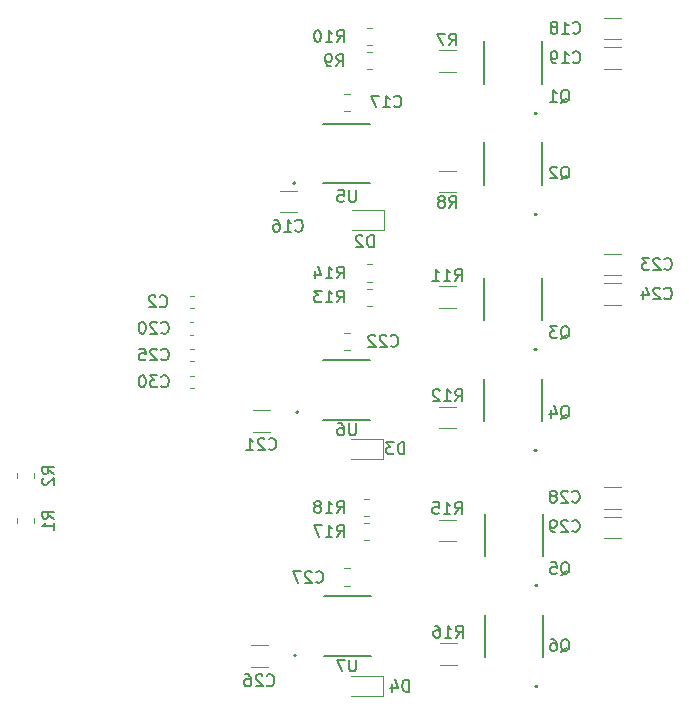
<source format=gbo>
%TF.GenerationSoftware,KiCad,Pcbnew,9.0.4*%
%TF.CreationDate,2025-12-21T19:05:22-05:00*%
%TF.ProjectId,esc,6573632e-6b69-4636-9164-5f7063625858,rev?*%
%TF.SameCoordinates,Original*%
%TF.FileFunction,Legend,Bot*%
%TF.FilePolarity,Positive*%
%FSLAX46Y46*%
G04 Gerber Fmt 4.6, Leading zero omitted, Abs format (unit mm)*
G04 Created by KiCad (PCBNEW 9.0.4) date 2025-12-21 19:05:22*
%MOMM*%
%LPD*%
G01*
G04 APERTURE LIST*
%ADD10C,0.150000*%
%ADD11C,0.120000*%
%ADD12C,0.152400*%
%ADD13C,0.254000*%
%ADD14C,0.127000*%
%ADD15C,0.200000*%
G04 APERTURE END LIST*
D10*
X147488094Y-124159819D02*
X147488094Y-123159819D01*
X147488094Y-123159819D02*
X147249999Y-123159819D01*
X147249999Y-123159819D02*
X147107142Y-123207438D01*
X147107142Y-123207438D02*
X147011904Y-123302676D01*
X147011904Y-123302676D02*
X146964285Y-123397914D01*
X146964285Y-123397914D02*
X146916666Y-123588390D01*
X146916666Y-123588390D02*
X146916666Y-123731247D01*
X146916666Y-123731247D02*
X146964285Y-123921723D01*
X146964285Y-123921723D02*
X147011904Y-124016961D01*
X147011904Y-124016961D02*
X147107142Y-124112200D01*
X147107142Y-124112200D02*
X147249999Y-124159819D01*
X147249999Y-124159819D02*
X147488094Y-124159819D01*
X146059523Y-123493152D02*
X146059523Y-124159819D01*
X146297618Y-123112200D02*
X146535713Y-123826485D01*
X146535713Y-123826485D02*
X145916666Y-123826485D01*
X160345238Y-74300057D02*
X160440476Y-74252438D01*
X160440476Y-74252438D02*
X160535714Y-74157200D01*
X160535714Y-74157200D02*
X160678571Y-74014342D01*
X160678571Y-74014342D02*
X160773809Y-73966723D01*
X160773809Y-73966723D02*
X160869047Y-73966723D01*
X160821428Y-74204819D02*
X160916666Y-74157200D01*
X160916666Y-74157200D02*
X161011904Y-74061961D01*
X161011904Y-74061961D02*
X161059523Y-73871485D01*
X161059523Y-73871485D02*
X161059523Y-73538152D01*
X161059523Y-73538152D02*
X161011904Y-73347676D01*
X161011904Y-73347676D02*
X160916666Y-73252438D01*
X160916666Y-73252438D02*
X160821428Y-73204819D01*
X160821428Y-73204819D02*
X160630952Y-73204819D01*
X160630952Y-73204819D02*
X160535714Y-73252438D01*
X160535714Y-73252438D02*
X160440476Y-73347676D01*
X160440476Y-73347676D02*
X160392857Y-73538152D01*
X160392857Y-73538152D02*
X160392857Y-73871485D01*
X160392857Y-73871485D02*
X160440476Y-74061961D01*
X160440476Y-74061961D02*
X160535714Y-74157200D01*
X160535714Y-74157200D02*
X160630952Y-74204819D01*
X160630952Y-74204819D02*
X160821428Y-74204819D01*
X159440476Y-74204819D02*
X160011904Y-74204819D01*
X159726190Y-74204819D02*
X159726190Y-73204819D01*
X159726190Y-73204819D02*
X159821428Y-73347676D01*
X159821428Y-73347676D02*
X159916666Y-73442914D01*
X159916666Y-73442914D02*
X160011904Y-73490533D01*
X160345238Y-114300057D02*
X160440476Y-114252438D01*
X160440476Y-114252438D02*
X160535714Y-114157200D01*
X160535714Y-114157200D02*
X160678571Y-114014342D01*
X160678571Y-114014342D02*
X160773809Y-113966723D01*
X160773809Y-113966723D02*
X160869047Y-113966723D01*
X160821428Y-114204819D02*
X160916666Y-114157200D01*
X160916666Y-114157200D02*
X161011904Y-114061961D01*
X161011904Y-114061961D02*
X161059523Y-113871485D01*
X161059523Y-113871485D02*
X161059523Y-113538152D01*
X161059523Y-113538152D02*
X161011904Y-113347676D01*
X161011904Y-113347676D02*
X160916666Y-113252438D01*
X160916666Y-113252438D02*
X160821428Y-113204819D01*
X160821428Y-113204819D02*
X160630952Y-113204819D01*
X160630952Y-113204819D02*
X160535714Y-113252438D01*
X160535714Y-113252438D02*
X160440476Y-113347676D01*
X160440476Y-113347676D02*
X160392857Y-113538152D01*
X160392857Y-113538152D02*
X160392857Y-113871485D01*
X160392857Y-113871485D02*
X160440476Y-114061961D01*
X160440476Y-114061961D02*
X160535714Y-114157200D01*
X160535714Y-114157200D02*
X160630952Y-114204819D01*
X160630952Y-114204819D02*
X160821428Y-114204819D01*
X159488095Y-113204819D02*
X159964285Y-113204819D01*
X159964285Y-113204819D02*
X160011904Y-113681009D01*
X160011904Y-113681009D02*
X159964285Y-113633390D01*
X159964285Y-113633390D02*
X159869047Y-113585771D01*
X159869047Y-113585771D02*
X159630952Y-113585771D01*
X159630952Y-113585771D02*
X159535714Y-113633390D01*
X159535714Y-113633390D02*
X159488095Y-113681009D01*
X159488095Y-113681009D02*
X159440476Y-113776247D01*
X159440476Y-113776247D02*
X159440476Y-114014342D01*
X159440476Y-114014342D02*
X159488095Y-114109580D01*
X159488095Y-114109580D02*
X159535714Y-114157200D01*
X159535714Y-114157200D02*
X159630952Y-114204819D01*
X159630952Y-114204819D02*
X159869047Y-114204819D01*
X159869047Y-114204819D02*
X159964285Y-114157200D01*
X159964285Y-114157200D02*
X160011904Y-114109580D01*
X135642857Y-103609580D02*
X135690476Y-103657200D01*
X135690476Y-103657200D02*
X135833333Y-103704819D01*
X135833333Y-103704819D02*
X135928571Y-103704819D01*
X135928571Y-103704819D02*
X136071428Y-103657200D01*
X136071428Y-103657200D02*
X136166666Y-103561961D01*
X136166666Y-103561961D02*
X136214285Y-103466723D01*
X136214285Y-103466723D02*
X136261904Y-103276247D01*
X136261904Y-103276247D02*
X136261904Y-103133390D01*
X136261904Y-103133390D02*
X136214285Y-102942914D01*
X136214285Y-102942914D02*
X136166666Y-102847676D01*
X136166666Y-102847676D02*
X136071428Y-102752438D01*
X136071428Y-102752438D02*
X135928571Y-102704819D01*
X135928571Y-102704819D02*
X135833333Y-102704819D01*
X135833333Y-102704819D02*
X135690476Y-102752438D01*
X135690476Y-102752438D02*
X135642857Y-102800057D01*
X135261904Y-102800057D02*
X135214285Y-102752438D01*
X135214285Y-102752438D02*
X135119047Y-102704819D01*
X135119047Y-102704819D02*
X134880952Y-102704819D01*
X134880952Y-102704819D02*
X134785714Y-102752438D01*
X134785714Y-102752438D02*
X134738095Y-102800057D01*
X134738095Y-102800057D02*
X134690476Y-102895295D01*
X134690476Y-102895295D02*
X134690476Y-102990533D01*
X134690476Y-102990533D02*
X134738095Y-103133390D01*
X134738095Y-103133390D02*
X135309523Y-103704819D01*
X135309523Y-103704819D02*
X134690476Y-103704819D01*
X133738095Y-103704819D02*
X134309523Y-103704819D01*
X134023809Y-103704819D02*
X134023809Y-102704819D01*
X134023809Y-102704819D02*
X134119047Y-102847676D01*
X134119047Y-102847676D02*
X134214285Y-102942914D01*
X134214285Y-102942914D02*
X134309523Y-102990533D01*
X150916666Y-83204819D02*
X151249999Y-82728628D01*
X151488094Y-83204819D02*
X151488094Y-82204819D01*
X151488094Y-82204819D02*
X151107142Y-82204819D01*
X151107142Y-82204819D02*
X151011904Y-82252438D01*
X151011904Y-82252438D02*
X150964285Y-82300057D01*
X150964285Y-82300057D02*
X150916666Y-82395295D01*
X150916666Y-82395295D02*
X150916666Y-82538152D01*
X150916666Y-82538152D02*
X150964285Y-82633390D01*
X150964285Y-82633390D02*
X151011904Y-82681009D01*
X151011904Y-82681009D02*
X151107142Y-82728628D01*
X151107142Y-82728628D02*
X151488094Y-82728628D01*
X150345237Y-82633390D02*
X150440475Y-82585771D01*
X150440475Y-82585771D02*
X150488094Y-82538152D01*
X150488094Y-82538152D02*
X150535713Y-82442914D01*
X150535713Y-82442914D02*
X150535713Y-82395295D01*
X150535713Y-82395295D02*
X150488094Y-82300057D01*
X150488094Y-82300057D02*
X150440475Y-82252438D01*
X150440475Y-82252438D02*
X150345237Y-82204819D01*
X150345237Y-82204819D02*
X150154761Y-82204819D01*
X150154761Y-82204819D02*
X150059523Y-82252438D01*
X150059523Y-82252438D02*
X150011904Y-82300057D01*
X150011904Y-82300057D02*
X149964285Y-82395295D01*
X149964285Y-82395295D02*
X149964285Y-82442914D01*
X149964285Y-82442914D02*
X150011904Y-82538152D01*
X150011904Y-82538152D02*
X150059523Y-82585771D01*
X150059523Y-82585771D02*
X150154761Y-82633390D01*
X150154761Y-82633390D02*
X150345237Y-82633390D01*
X150345237Y-82633390D02*
X150440475Y-82681009D01*
X150440475Y-82681009D02*
X150488094Y-82728628D01*
X150488094Y-82728628D02*
X150535713Y-82823866D01*
X150535713Y-82823866D02*
X150535713Y-83014342D01*
X150535713Y-83014342D02*
X150488094Y-83109580D01*
X150488094Y-83109580D02*
X150440475Y-83157200D01*
X150440475Y-83157200D02*
X150345237Y-83204819D01*
X150345237Y-83204819D02*
X150154761Y-83204819D01*
X150154761Y-83204819D02*
X150059523Y-83157200D01*
X150059523Y-83157200D02*
X150011904Y-83109580D01*
X150011904Y-83109580D02*
X149964285Y-83014342D01*
X149964285Y-83014342D02*
X149964285Y-82823866D01*
X149964285Y-82823866D02*
X150011904Y-82728628D01*
X150011904Y-82728628D02*
X150059523Y-82681009D01*
X150059523Y-82681009D02*
X150154761Y-82633390D01*
X137892857Y-85109580D02*
X137940476Y-85157200D01*
X137940476Y-85157200D02*
X138083333Y-85204819D01*
X138083333Y-85204819D02*
X138178571Y-85204819D01*
X138178571Y-85204819D02*
X138321428Y-85157200D01*
X138321428Y-85157200D02*
X138416666Y-85061961D01*
X138416666Y-85061961D02*
X138464285Y-84966723D01*
X138464285Y-84966723D02*
X138511904Y-84776247D01*
X138511904Y-84776247D02*
X138511904Y-84633390D01*
X138511904Y-84633390D02*
X138464285Y-84442914D01*
X138464285Y-84442914D02*
X138416666Y-84347676D01*
X138416666Y-84347676D02*
X138321428Y-84252438D01*
X138321428Y-84252438D02*
X138178571Y-84204819D01*
X138178571Y-84204819D02*
X138083333Y-84204819D01*
X138083333Y-84204819D02*
X137940476Y-84252438D01*
X137940476Y-84252438D02*
X137892857Y-84300057D01*
X136940476Y-85204819D02*
X137511904Y-85204819D01*
X137226190Y-85204819D02*
X137226190Y-84204819D01*
X137226190Y-84204819D02*
X137321428Y-84347676D01*
X137321428Y-84347676D02*
X137416666Y-84442914D01*
X137416666Y-84442914D02*
X137511904Y-84490533D01*
X136083333Y-84204819D02*
X136273809Y-84204819D01*
X136273809Y-84204819D02*
X136369047Y-84252438D01*
X136369047Y-84252438D02*
X136416666Y-84300057D01*
X136416666Y-84300057D02*
X136511904Y-84442914D01*
X136511904Y-84442914D02*
X136559523Y-84633390D01*
X136559523Y-84633390D02*
X136559523Y-85014342D01*
X136559523Y-85014342D02*
X136511904Y-85109580D01*
X136511904Y-85109580D02*
X136464285Y-85157200D01*
X136464285Y-85157200D02*
X136369047Y-85204819D01*
X136369047Y-85204819D02*
X136178571Y-85204819D01*
X136178571Y-85204819D02*
X136083333Y-85157200D01*
X136083333Y-85157200D02*
X136035714Y-85109580D01*
X136035714Y-85109580D02*
X135988095Y-85014342D01*
X135988095Y-85014342D02*
X135988095Y-84776247D01*
X135988095Y-84776247D02*
X136035714Y-84681009D01*
X136035714Y-84681009D02*
X136083333Y-84633390D01*
X136083333Y-84633390D02*
X136178571Y-84585771D01*
X136178571Y-84585771D02*
X136369047Y-84585771D01*
X136369047Y-84585771D02*
X136464285Y-84633390D01*
X136464285Y-84633390D02*
X136511904Y-84681009D01*
X136511904Y-84681009D02*
X136559523Y-84776247D01*
X161332857Y-108054580D02*
X161380476Y-108102200D01*
X161380476Y-108102200D02*
X161523333Y-108149819D01*
X161523333Y-108149819D02*
X161618571Y-108149819D01*
X161618571Y-108149819D02*
X161761428Y-108102200D01*
X161761428Y-108102200D02*
X161856666Y-108006961D01*
X161856666Y-108006961D02*
X161904285Y-107911723D01*
X161904285Y-107911723D02*
X161951904Y-107721247D01*
X161951904Y-107721247D02*
X161951904Y-107578390D01*
X161951904Y-107578390D02*
X161904285Y-107387914D01*
X161904285Y-107387914D02*
X161856666Y-107292676D01*
X161856666Y-107292676D02*
X161761428Y-107197438D01*
X161761428Y-107197438D02*
X161618571Y-107149819D01*
X161618571Y-107149819D02*
X161523333Y-107149819D01*
X161523333Y-107149819D02*
X161380476Y-107197438D01*
X161380476Y-107197438D02*
X161332857Y-107245057D01*
X160951904Y-107245057D02*
X160904285Y-107197438D01*
X160904285Y-107197438D02*
X160809047Y-107149819D01*
X160809047Y-107149819D02*
X160570952Y-107149819D01*
X160570952Y-107149819D02*
X160475714Y-107197438D01*
X160475714Y-107197438D02*
X160428095Y-107245057D01*
X160428095Y-107245057D02*
X160380476Y-107340295D01*
X160380476Y-107340295D02*
X160380476Y-107435533D01*
X160380476Y-107435533D02*
X160428095Y-107578390D01*
X160428095Y-107578390D02*
X160999523Y-108149819D01*
X160999523Y-108149819D02*
X160380476Y-108149819D01*
X159809047Y-107578390D02*
X159904285Y-107530771D01*
X159904285Y-107530771D02*
X159951904Y-107483152D01*
X159951904Y-107483152D02*
X159999523Y-107387914D01*
X159999523Y-107387914D02*
X159999523Y-107340295D01*
X159999523Y-107340295D02*
X159951904Y-107245057D01*
X159951904Y-107245057D02*
X159904285Y-107197438D01*
X159904285Y-107197438D02*
X159809047Y-107149819D01*
X159809047Y-107149819D02*
X159618571Y-107149819D01*
X159618571Y-107149819D02*
X159523333Y-107197438D01*
X159523333Y-107197438D02*
X159475714Y-107245057D01*
X159475714Y-107245057D02*
X159428095Y-107340295D01*
X159428095Y-107340295D02*
X159428095Y-107387914D01*
X159428095Y-107387914D02*
X159475714Y-107483152D01*
X159475714Y-107483152D02*
X159523333Y-107530771D01*
X159523333Y-107530771D02*
X159618571Y-107578390D01*
X159618571Y-107578390D02*
X159809047Y-107578390D01*
X159809047Y-107578390D02*
X159904285Y-107626009D01*
X159904285Y-107626009D02*
X159951904Y-107673628D01*
X159951904Y-107673628D02*
X159999523Y-107768866D01*
X159999523Y-107768866D02*
X159999523Y-107959342D01*
X159999523Y-107959342D02*
X159951904Y-108054580D01*
X159951904Y-108054580D02*
X159904285Y-108102200D01*
X159904285Y-108102200D02*
X159809047Y-108149819D01*
X159809047Y-108149819D02*
X159618571Y-108149819D01*
X159618571Y-108149819D02*
X159523333Y-108102200D01*
X159523333Y-108102200D02*
X159475714Y-108054580D01*
X159475714Y-108054580D02*
X159428095Y-107959342D01*
X159428095Y-107959342D02*
X159428095Y-107768866D01*
X159428095Y-107768866D02*
X159475714Y-107673628D01*
X159475714Y-107673628D02*
X159523333Y-107626009D01*
X159523333Y-107626009D02*
X159618571Y-107578390D01*
X117454819Y-105708333D02*
X116978628Y-105375000D01*
X117454819Y-105136905D02*
X116454819Y-105136905D01*
X116454819Y-105136905D02*
X116454819Y-105517857D01*
X116454819Y-105517857D02*
X116502438Y-105613095D01*
X116502438Y-105613095D02*
X116550057Y-105660714D01*
X116550057Y-105660714D02*
X116645295Y-105708333D01*
X116645295Y-105708333D02*
X116788152Y-105708333D01*
X116788152Y-105708333D02*
X116883390Y-105660714D01*
X116883390Y-105660714D02*
X116931009Y-105613095D01*
X116931009Y-105613095D02*
X116978628Y-105517857D01*
X116978628Y-105517857D02*
X116978628Y-105136905D01*
X116550057Y-106089286D02*
X116502438Y-106136905D01*
X116502438Y-106136905D02*
X116454819Y-106232143D01*
X116454819Y-106232143D02*
X116454819Y-106470238D01*
X116454819Y-106470238D02*
X116502438Y-106565476D01*
X116502438Y-106565476D02*
X116550057Y-106613095D01*
X116550057Y-106613095D02*
X116645295Y-106660714D01*
X116645295Y-106660714D02*
X116740533Y-106660714D01*
X116740533Y-106660714D02*
X116883390Y-106613095D01*
X116883390Y-106613095D02*
X117454819Y-106041667D01*
X117454819Y-106041667D02*
X117454819Y-106660714D01*
X126535714Y-98292913D02*
X126583333Y-98340533D01*
X126583333Y-98340533D02*
X126726190Y-98388152D01*
X126726190Y-98388152D02*
X126821428Y-98388152D01*
X126821428Y-98388152D02*
X126964285Y-98340533D01*
X126964285Y-98340533D02*
X127059523Y-98245294D01*
X127059523Y-98245294D02*
X127107142Y-98150056D01*
X127107142Y-98150056D02*
X127154761Y-97959580D01*
X127154761Y-97959580D02*
X127154761Y-97816723D01*
X127154761Y-97816723D02*
X127107142Y-97626247D01*
X127107142Y-97626247D02*
X127059523Y-97531009D01*
X127059523Y-97531009D02*
X126964285Y-97435771D01*
X126964285Y-97435771D02*
X126821428Y-97388152D01*
X126821428Y-97388152D02*
X126726190Y-97388152D01*
X126726190Y-97388152D02*
X126583333Y-97435771D01*
X126583333Y-97435771D02*
X126535714Y-97483390D01*
X126202380Y-97388152D02*
X125583333Y-97388152D01*
X125583333Y-97388152D02*
X125916666Y-97769104D01*
X125916666Y-97769104D02*
X125773809Y-97769104D01*
X125773809Y-97769104D02*
X125678571Y-97816723D01*
X125678571Y-97816723D02*
X125630952Y-97864342D01*
X125630952Y-97864342D02*
X125583333Y-97959580D01*
X125583333Y-97959580D02*
X125583333Y-98197675D01*
X125583333Y-98197675D02*
X125630952Y-98292913D01*
X125630952Y-98292913D02*
X125678571Y-98340533D01*
X125678571Y-98340533D02*
X125773809Y-98388152D01*
X125773809Y-98388152D02*
X126059523Y-98388152D01*
X126059523Y-98388152D02*
X126154761Y-98340533D01*
X126154761Y-98340533D02*
X126202380Y-98292913D01*
X124964285Y-97388152D02*
X124869047Y-97388152D01*
X124869047Y-97388152D02*
X124773809Y-97435771D01*
X124773809Y-97435771D02*
X124726190Y-97483390D01*
X124726190Y-97483390D02*
X124678571Y-97578628D01*
X124678571Y-97578628D02*
X124630952Y-97769104D01*
X124630952Y-97769104D02*
X124630952Y-98007199D01*
X124630952Y-98007199D02*
X124678571Y-98197675D01*
X124678571Y-98197675D02*
X124726190Y-98292913D01*
X124726190Y-98292913D02*
X124773809Y-98340533D01*
X124773809Y-98340533D02*
X124869047Y-98388152D01*
X124869047Y-98388152D02*
X124964285Y-98388152D01*
X124964285Y-98388152D02*
X125059523Y-98340533D01*
X125059523Y-98340533D02*
X125107142Y-98292913D01*
X125107142Y-98292913D02*
X125154761Y-98197675D01*
X125154761Y-98197675D02*
X125202380Y-98007199D01*
X125202380Y-98007199D02*
X125202380Y-97769104D01*
X125202380Y-97769104D02*
X125154761Y-97578628D01*
X125154761Y-97578628D02*
X125107142Y-97483390D01*
X125107142Y-97483390D02*
X125059523Y-97435771D01*
X125059523Y-97435771D02*
X124964285Y-97388152D01*
X147118094Y-104059819D02*
X147118094Y-103059819D01*
X147118094Y-103059819D02*
X146879999Y-103059819D01*
X146879999Y-103059819D02*
X146737142Y-103107438D01*
X146737142Y-103107438D02*
X146641904Y-103202676D01*
X146641904Y-103202676D02*
X146594285Y-103297914D01*
X146594285Y-103297914D02*
X146546666Y-103488390D01*
X146546666Y-103488390D02*
X146546666Y-103631247D01*
X146546666Y-103631247D02*
X146594285Y-103821723D01*
X146594285Y-103821723D02*
X146641904Y-103916961D01*
X146641904Y-103916961D02*
X146737142Y-104012200D01*
X146737142Y-104012200D02*
X146879999Y-104059819D01*
X146879999Y-104059819D02*
X147118094Y-104059819D01*
X146213332Y-103059819D02*
X145594285Y-103059819D01*
X145594285Y-103059819D02*
X145927618Y-103440771D01*
X145927618Y-103440771D02*
X145784761Y-103440771D01*
X145784761Y-103440771D02*
X145689523Y-103488390D01*
X145689523Y-103488390D02*
X145641904Y-103536009D01*
X145641904Y-103536009D02*
X145594285Y-103631247D01*
X145594285Y-103631247D02*
X145594285Y-103869342D01*
X145594285Y-103869342D02*
X145641904Y-103964580D01*
X145641904Y-103964580D02*
X145689523Y-104012200D01*
X145689523Y-104012200D02*
X145784761Y-104059819D01*
X145784761Y-104059819D02*
X146070475Y-104059819D01*
X146070475Y-104059819D02*
X146165713Y-104012200D01*
X146165713Y-104012200D02*
X146213332Y-103964580D01*
X161332857Y-110554580D02*
X161380476Y-110602200D01*
X161380476Y-110602200D02*
X161523333Y-110649819D01*
X161523333Y-110649819D02*
X161618571Y-110649819D01*
X161618571Y-110649819D02*
X161761428Y-110602200D01*
X161761428Y-110602200D02*
X161856666Y-110506961D01*
X161856666Y-110506961D02*
X161904285Y-110411723D01*
X161904285Y-110411723D02*
X161951904Y-110221247D01*
X161951904Y-110221247D02*
X161951904Y-110078390D01*
X161951904Y-110078390D02*
X161904285Y-109887914D01*
X161904285Y-109887914D02*
X161856666Y-109792676D01*
X161856666Y-109792676D02*
X161761428Y-109697438D01*
X161761428Y-109697438D02*
X161618571Y-109649819D01*
X161618571Y-109649819D02*
X161523333Y-109649819D01*
X161523333Y-109649819D02*
X161380476Y-109697438D01*
X161380476Y-109697438D02*
X161332857Y-109745057D01*
X160951904Y-109745057D02*
X160904285Y-109697438D01*
X160904285Y-109697438D02*
X160809047Y-109649819D01*
X160809047Y-109649819D02*
X160570952Y-109649819D01*
X160570952Y-109649819D02*
X160475714Y-109697438D01*
X160475714Y-109697438D02*
X160428095Y-109745057D01*
X160428095Y-109745057D02*
X160380476Y-109840295D01*
X160380476Y-109840295D02*
X160380476Y-109935533D01*
X160380476Y-109935533D02*
X160428095Y-110078390D01*
X160428095Y-110078390D02*
X160999523Y-110649819D01*
X160999523Y-110649819D02*
X160380476Y-110649819D01*
X159904285Y-110649819D02*
X159713809Y-110649819D01*
X159713809Y-110649819D02*
X159618571Y-110602200D01*
X159618571Y-110602200D02*
X159570952Y-110554580D01*
X159570952Y-110554580D02*
X159475714Y-110411723D01*
X159475714Y-110411723D02*
X159428095Y-110221247D01*
X159428095Y-110221247D02*
X159428095Y-109840295D01*
X159428095Y-109840295D02*
X159475714Y-109745057D01*
X159475714Y-109745057D02*
X159523333Y-109697438D01*
X159523333Y-109697438D02*
X159618571Y-109649819D01*
X159618571Y-109649819D02*
X159809047Y-109649819D01*
X159809047Y-109649819D02*
X159904285Y-109697438D01*
X159904285Y-109697438D02*
X159951904Y-109745057D01*
X159951904Y-109745057D02*
X159999523Y-109840295D01*
X159999523Y-109840295D02*
X159999523Y-110078390D01*
X159999523Y-110078390D02*
X159951904Y-110173628D01*
X159951904Y-110173628D02*
X159904285Y-110221247D01*
X159904285Y-110221247D02*
X159809047Y-110268866D01*
X159809047Y-110268866D02*
X159618571Y-110268866D01*
X159618571Y-110268866D02*
X159523333Y-110221247D01*
X159523333Y-110221247D02*
X159475714Y-110173628D01*
X159475714Y-110173628D02*
X159428095Y-110078390D01*
X141392857Y-91204819D02*
X141726190Y-90728628D01*
X141964285Y-91204819D02*
X141964285Y-90204819D01*
X141964285Y-90204819D02*
X141583333Y-90204819D01*
X141583333Y-90204819D02*
X141488095Y-90252438D01*
X141488095Y-90252438D02*
X141440476Y-90300057D01*
X141440476Y-90300057D02*
X141392857Y-90395295D01*
X141392857Y-90395295D02*
X141392857Y-90538152D01*
X141392857Y-90538152D02*
X141440476Y-90633390D01*
X141440476Y-90633390D02*
X141488095Y-90681009D01*
X141488095Y-90681009D02*
X141583333Y-90728628D01*
X141583333Y-90728628D02*
X141964285Y-90728628D01*
X140440476Y-91204819D02*
X141011904Y-91204819D01*
X140726190Y-91204819D02*
X140726190Y-90204819D01*
X140726190Y-90204819D02*
X140821428Y-90347676D01*
X140821428Y-90347676D02*
X140916666Y-90442914D01*
X140916666Y-90442914D02*
X141011904Y-90490533D01*
X140107142Y-90204819D02*
X139488095Y-90204819D01*
X139488095Y-90204819D02*
X139821428Y-90585771D01*
X139821428Y-90585771D02*
X139678571Y-90585771D01*
X139678571Y-90585771D02*
X139583333Y-90633390D01*
X139583333Y-90633390D02*
X139535714Y-90681009D01*
X139535714Y-90681009D02*
X139488095Y-90776247D01*
X139488095Y-90776247D02*
X139488095Y-91014342D01*
X139488095Y-91014342D02*
X139535714Y-91109580D01*
X139535714Y-91109580D02*
X139583333Y-91157200D01*
X139583333Y-91157200D02*
X139678571Y-91204819D01*
X139678571Y-91204819D02*
X139964285Y-91204819D01*
X139964285Y-91204819D02*
X140059523Y-91157200D01*
X140059523Y-91157200D02*
X140107142Y-91109580D01*
X151422857Y-99579819D02*
X151756190Y-99103628D01*
X151994285Y-99579819D02*
X151994285Y-98579819D01*
X151994285Y-98579819D02*
X151613333Y-98579819D01*
X151613333Y-98579819D02*
X151518095Y-98627438D01*
X151518095Y-98627438D02*
X151470476Y-98675057D01*
X151470476Y-98675057D02*
X151422857Y-98770295D01*
X151422857Y-98770295D02*
X151422857Y-98913152D01*
X151422857Y-98913152D02*
X151470476Y-99008390D01*
X151470476Y-99008390D02*
X151518095Y-99056009D01*
X151518095Y-99056009D02*
X151613333Y-99103628D01*
X151613333Y-99103628D02*
X151994285Y-99103628D01*
X150470476Y-99579819D02*
X151041904Y-99579819D01*
X150756190Y-99579819D02*
X150756190Y-98579819D01*
X150756190Y-98579819D02*
X150851428Y-98722676D01*
X150851428Y-98722676D02*
X150946666Y-98817914D01*
X150946666Y-98817914D02*
X151041904Y-98865533D01*
X150089523Y-98675057D02*
X150041904Y-98627438D01*
X150041904Y-98627438D02*
X149946666Y-98579819D01*
X149946666Y-98579819D02*
X149708571Y-98579819D01*
X149708571Y-98579819D02*
X149613333Y-98627438D01*
X149613333Y-98627438D02*
X149565714Y-98675057D01*
X149565714Y-98675057D02*
X149518095Y-98770295D01*
X149518095Y-98770295D02*
X149518095Y-98865533D01*
X149518095Y-98865533D02*
X149565714Y-99008390D01*
X149565714Y-99008390D02*
X150137142Y-99579819D01*
X150137142Y-99579819D02*
X149518095Y-99579819D01*
X141392857Y-69154819D02*
X141726190Y-68678628D01*
X141964285Y-69154819D02*
X141964285Y-68154819D01*
X141964285Y-68154819D02*
X141583333Y-68154819D01*
X141583333Y-68154819D02*
X141488095Y-68202438D01*
X141488095Y-68202438D02*
X141440476Y-68250057D01*
X141440476Y-68250057D02*
X141392857Y-68345295D01*
X141392857Y-68345295D02*
X141392857Y-68488152D01*
X141392857Y-68488152D02*
X141440476Y-68583390D01*
X141440476Y-68583390D02*
X141488095Y-68631009D01*
X141488095Y-68631009D02*
X141583333Y-68678628D01*
X141583333Y-68678628D02*
X141964285Y-68678628D01*
X140440476Y-69154819D02*
X141011904Y-69154819D01*
X140726190Y-69154819D02*
X140726190Y-68154819D01*
X140726190Y-68154819D02*
X140821428Y-68297676D01*
X140821428Y-68297676D02*
X140916666Y-68392914D01*
X140916666Y-68392914D02*
X141011904Y-68440533D01*
X139821428Y-68154819D02*
X139726190Y-68154819D01*
X139726190Y-68154819D02*
X139630952Y-68202438D01*
X139630952Y-68202438D02*
X139583333Y-68250057D01*
X139583333Y-68250057D02*
X139535714Y-68345295D01*
X139535714Y-68345295D02*
X139488095Y-68535771D01*
X139488095Y-68535771D02*
X139488095Y-68773866D01*
X139488095Y-68773866D02*
X139535714Y-68964342D01*
X139535714Y-68964342D02*
X139583333Y-69059580D01*
X139583333Y-69059580D02*
X139630952Y-69107200D01*
X139630952Y-69107200D02*
X139726190Y-69154819D01*
X139726190Y-69154819D02*
X139821428Y-69154819D01*
X139821428Y-69154819D02*
X139916666Y-69107200D01*
X139916666Y-69107200D02*
X139964285Y-69059580D01*
X139964285Y-69059580D02*
X140011904Y-68964342D01*
X140011904Y-68964342D02*
X140059523Y-68773866D01*
X140059523Y-68773866D02*
X140059523Y-68535771D01*
X140059523Y-68535771D02*
X140011904Y-68345295D01*
X140011904Y-68345295D02*
X139964285Y-68250057D01*
X139964285Y-68250057D02*
X139916666Y-68202438D01*
X139916666Y-68202438D02*
X139821428Y-68154819D01*
X143011904Y-121454819D02*
X143011904Y-122264342D01*
X143011904Y-122264342D02*
X142964285Y-122359580D01*
X142964285Y-122359580D02*
X142916666Y-122407200D01*
X142916666Y-122407200D02*
X142821428Y-122454819D01*
X142821428Y-122454819D02*
X142630952Y-122454819D01*
X142630952Y-122454819D02*
X142535714Y-122407200D01*
X142535714Y-122407200D02*
X142488095Y-122359580D01*
X142488095Y-122359580D02*
X142440476Y-122264342D01*
X142440476Y-122264342D02*
X142440476Y-121454819D01*
X142059523Y-121454819D02*
X141392857Y-121454819D01*
X141392857Y-121454819D02*
X141821428Y-122454819D01*
X160345238Y-120800057D02*
X160440476Y-120752438D01*
X160440476Y-120752438D02*
X160535714Y-120657200D01*
X160535714Y-120657200D02*
X160678571Y-120514342D01*
X160678571Y-120514342D02*
X160773809Y-120466723D01*
X160773809Y-120466723D02*
X160869047Y-120466723D01*
X160821428Y-120704819D02*
X160916666Y-120657200D01*
X160916666Y-120657200D02*
X161011904Y-120561961D01*
X161011904Y-120561961D02*
X161059523Y-120371485D01*
X161059523Y-120371485D02*
X161059523Y-120038152D01*
X161059523Y-120038152D02*
X161011904Y-119847676D01*
X161011904Y-119847676D02*
X160916666Y-119752438D01*
X160916666Y-119752438D02*
X160821428Y-119704819D01*
X160821428Y-119704819D02*
X160630952Y-119704819D01*
X160630952Y-119704819D02*
X160535714Y-119752438D01*
X160535714Y-119752438D02*
X160440476Y-119847676D01*
X160440476Y-119847676D02*
X160392857Y-120038152D01*
X160392857Y-120038152D02*
X160392857Y-120371485D01*
X160392857Y-120371485D02*
X160440476Y-120561961D01*
X160440476Y-120561961D02*
X160535714Y-120657200D01*
X160535714Y-120657200D02*
X160630952Y-120704819D01*
X160630952Y-120704819D02*
X160821428Y-120704819D01*
X159535714Y-119704819D02*
X159726190Y-119704819D01*
X159726190Y-119704819D02*
X159821428Y-119752438D01*
X159821428Y-119752438D02*
X159869047Y-119800057D01*
X159869047Y-119800057D02*
X159964285Y-119942914D01*
X159964285Y-119942914D02*
X160011904Y-120133390D01*
X160011904Y-120133390D02*
X160011904Y-120514342D01*
X160011904Y-120514342D02*
X159964285Y-120609580D01*
X159964285Y-120609580D02*
X159916666Y-120657200D01*
X159916666Y-120657200D02*
X159821428Y-120704819D01*
X159821428Y-120704819D02*
X159630952Y-120704819D01*
X159630952Y-120704819D02*
X159535714Y-120657200D01*
X159535714Y-120657200D02*
X159488095Y-120609580D01*
X159488095Y-120609580D02*
X159440476Y-120514342D01*
X159440476Y-120514342D02*
X159440476Y-120276247D01*
X159440476Y-120276247D02*
X159488095Y-120181009D01*
X159488095Y-120181009D02*
X159535714Y-120133390D01*
X159535714Y-120133390D02*
X159630952Y-120085771D01*
X159630952Y-120085771D02*
X159821428Y-120085771D01*
X159821428Y-120085771D02*
X159916666Y-120133390D01*
X159916666Y-120133390D02*
X159964285Y-120181009D01*
X159964285Y-120181009D02*
X160011904Y-120276247D01*
X151392857Y-109124819D02*
X151726190Y-108648628D01*
X151964285Y-109124819D02*
X151964285Y-108124819D01*
X151964285Y-108124819D02*
X151583333Y-108124819D01*
X151583333Y-108124819D02*
X151488095Y-108172438D01*
X151488095Y-108172438D02*
X151440476Y-108220057D01*
X151440476Y-108220057D02*
X151392857Y-108315295D01*
X151392857Y-108315295D02*
X151392857Y-108458152D01*
X151392857Y-108458152D02*
X151440476Y-108553390D01*
X151440476Y-108553390D02*
X151488095Y-108601009D01*
X151488095Y-108601009D02*
X151583333Y-108648628D01*
X151583333Y-108648628D02*
X151964285Y-108648628D01*
X150440476Y-109124819D02*
X151011904Y-109124819D01*
X150726190Y-109124819D02*
X150726190Y-108124819D01*
X150726190Y-108124819D02*
X150821428Y-108267676D01*
X150821428Y-108267676D02*
X150916666Y-108362914D01*
X150916666Y-108362914D02*
X151011904Y-108410533D01*
X149535714Y-108124819D02*
X150011904Y-108124819D01*
X150011904Y-108124819D02*
X150059523Y-108601009D01*
X150059523Y-108601009D02*
X150011904Y-108553390D01*
X150011904Y-108553390D02*
X149916666Y-108505771D01*
X149916666Y-108505771D02*
X149678571Y-108505771D01*
X149678571Y-108505771D02*
X149583333Y-108553390D01*
X149583333Y-108553390D02*
X149535714Y-108601009D01*
X149535714Y-108601009D02*
X149488095Y-108696247D01*
X149488095Y-108696247D02*
X149488095Y-108934342D01*
X149488095Y-108934342D02*
X149535714Y-109029580D01*
X149535714Y-109029580D02*
X149583333Y-109077200D01*
X149583333Y-109077200D02*
X149678571Y-109124819D01*
X149678571Y-109124819D02*
X149916666Y-109124819D01*
X149916666Y-109124819D02*
X150011904Y-109077200D01*
X150011904Y-109077200D02*
X150059523Y-109029580D01*
X139642857Y-114859580D02*
X139690476Y-114907200D01*
X139690476Y-114907200D02*
X139833333Y-114954819D01*
X139833333Y-114954819D02*
X139928571Y-114954819D01*
X139928571Y-114954819D02*
X140071428Y-114907200D01*
X140071428Y-114907200D02*
X140166666Y-114811961D01*
X140166666Y-114811961D02*
X140214285Y-114716723D01*
X140214285Y-114716723D02*
X140261904Y-114526247D01*
X140261904Y-114526247D02*
X140261904Y-114383390D01*
X140261904Y-114383390D02*
X140214285Y-114192914D01*
X140214285Y-114192914D02*
X140166666Y-114097676D01*
X140166666Y-114097676D02*
X140071428Y-114002438D01*
X140071428Y-114002438D02*
X139928571Y-113954819D01*
X139928571Y-113954819D02*
X139833333Y-113954819D01*
X139833333Y-113954819D02*
X139690476Y-114002438D01*
X139690476Y-114002438D02*
X139642857Y-114050057D01*
X139261904Y-114050057D02*
X139214285Y-114002438D01*
X139214285Y-114002438D02*
X139119047Y-113954819D01*
X139119047Y-113954819D02*
X138880952Y-113954819D01*
X138880952Y-113954819D02*
X138785714Y-114002438D01*
X138785714Y-114002438D02*
X138738095Y-114050057D01*
X138738095Y-114050057D02*
X138690476Y-114145295D01*
X138690476Y-114145295D02*
X138690476Y-114240533D01*
X138690476Y-114240533D02*
X138738095Y-114383390D01*
X138738095Y-114383390D02*
X139309523Y-114954819D01*
X139309523Y-114954819D02*
X138690476Y-114954819D01*
X138357142Y-113954819D02*
X137690476Y-113954819D01*
X137690476Y-113954819D02*
X138119047Y-114954819D01*
X150916666Y-69454819D02*
X151249999Y-68978628D01*
X151488094Y-69454819D02*
X151488094Y-68454819D01*
X151488094Y-68454819D02*
X151107142Y-68454819D01*
X151107142Y-68454819D02*
X151011904Y-68502438D01*
X151011904Y-68502438D02*
X150964285Y-68550057D01*
X150964285Y-68550057D02*
X150916666Y-68645295D01*
X150916666Y-68645295D02*
X150916666Y-68788152D01*
X150916666Y-68788152D02*
X150964285Y-68883390D01*
X150964285Y-68883390D02*
X151011904Y-68931009D01*
X151011904Y-68931009D02*
X151107142Y-68978628D01*
X151107142Y-68978628D02*
X151488094Y-68978628D01*
X150583332Y-68454819D02*
X149916666Y-68454819D01*
X149916666Y-68454819D02*
X150345237Y-69454819D01*
X143011904Y-81704819D02*
X143011904Y-82514342D01*
X143011904Y-82514342D02*
X142964285Y-82609580D01*
X142964285Y-82609580D02*
X142916666Y-82657200D01*
X142916666Y-82657200D02*
X142821428Y-82704819D01*
X142821428Y-82704819D02*
X142630952Y-82704819D01*
X142630952Y-82704819D02*
X142535714Y-82657200D01*
X142535714Y-82657200D02*
X142488095Y-82609580D01*
X142488095Y-82609580D02*
X142440476Y-82514342D01*
X142440476Y-82514342D02*
X142440476Y-81704819D01*
X141488095Y-81704819D02*
X141964285Y-81704819D01*
X141964285Y-81704819D02*
X142011904Y-82181009D01*
X142011904Y-82181009D02*
X141964285Y-82133390D01*
X141964285Y-82133390D02*
X141869047Y-82085771D01*
X141869047Y-82085771D02*
X141630952Y-82085771D01*
X141630952Y-82085771D02*
X141535714Y-82133390D01*
X141535714Y-82133390D02*
X141488095Y-82181009D01*
X141488095Y-82181009D02*
X141440476Y-82276247D01*
X141440476Y-82276247D02*
X141440476Y-82514342D01*
X141440476Y-82514342D02*
X141488095Y-82609580D01*
X141488095Y-82609580D02*
X141535714Y-82657200D01*
X141535714Y-82657200D02*
X141630952Y-82704819D01*
X141630952Y-82704819D02*
X141869047Y-82704819D01*
X141869047Y-82704819D02*
X141964285Y-82657200D01*
X141964285Y-82657200D02*
X142011904Y-82609580D01*
X169137857Y-88354580D02*
X169185476Y-88402200D01*
X169185476Y-88402200D02*
X169328333Y-88449819D01*
X169328333Y-88449819D02*
X169423571Y-88449819D01*
X169423571Y-88449819D02*
X169566428Y-88402200D01*
X169566428Y-88402200D02*
X169661666Y-88306961D01*
X169661666Y-88306961D02*
X169709285Y-88211723D01*
X169709285Y-88211723D02*
X169756904Y-88021247D01*
X169756904Y-88021247D02*
X169756904Y-87878390D01*
X169756904Y-87878390D02*
X169709285Y-87687914D01*
X169709285Y-87687914D02*
X169661666Y-87592676D01*
X169661666Y-87592676D02*
X169566428Y-87497438D01*
X169566428Y-87497438D02*
X169423571Y-87449819D01*
X169423571Y-87449819D02*
X169328333Y-87449819D01*
X169328333Y-87449819D02*
X169185476Y-87497438D01*
X169185476Y-87497438D02*
X169137857Y-87545057D01*
X168756904Y-87545057D02*
X168709285Y-87497438D01*
X168709285Y-87497438D02*
X168614047Y-87449819D01*
X168614047Y-87449819D02*
X168375952Y-87449819D01*
X168375952Y-87449819D02*
X168280714Y-87497438D01*
X168280714Y-87497438D02*
X168233095Y-87545057D01*
X168233095Y-87545057D02*
X168185476Y-87640295D01*
X168185476Y-87640295D02*
X168185476Y-87735533D01*
X168185476Y-87735533D02*
X168233095Y-87878390D01*
X168233095Y-87878390D02*
X168804523Y-88449819D01*
X168804523Y-88449819D02*
X168185476Y-88449819D01*
X167852142Y-87449819D02*
X167233095Y-87449819D01*
X167233095Y-87449819D02*
X167566428Y-87830771D01*
X167566428Y-87830771D02*
X167423571Y-87830771D01*
X167423571Y-87830771D02*
X167328333Y-87878390D01*
X167328333Y-87878390D02*
X167280714Y-87926009D01*
X167280714Y-87926009D02*
X167233095Y-88021247D01*
X167233095Y-88021247D02*
X167233095Y-88259342D01*
X167233095Y-88259342D02*
X167280714Y-88354580D01*
X167280714Y-88354580D02*
X167328333Y-88402200D01*
X167328333Y-88402200D02*
X167423571Y-88449819D01*
X167423571Y-88449819D02*
X167709285Y-88449819D01*
X167709285Y-88449819D02*
X167804523Y-88402200D01*
X167804523Y-88402200D02*
X167852142Y-88354580D01*
X141392857Y-109029819D02*
X141726190Y-108553628D01*
X141964285Y-109029819D02*
X141964285Y-108029819D01*
X141964285Y-108029819D02*
X141583333Y-108029819D01*
X141583333Y-108029819D02*
X141488095Y-108077438D01*
X141488095Y-108077438D02*
X141440476Y-108125057D01*
X141440476Y-108125057D02*
X141392857Y-108220295D01*
X141392857Y-108220295D02*
X141392857Y-108363152D01*
X141392857Y-108363152D02*
X141440476Y-108458390D01*
X141440476Y-108458390D02*
X141488095Y-108506009D01*
X141488095Y-108506009D02*
X141583333Y-108553628D01*
X141583333Y-108553628D02*
X141964285Y-108553628D01*
X140440476Y-109029819D02*
X141011904Y-109029819D01*
X140726190Y-109029819D02*
X140726190Y-108029819D01*
X140726190Y-108029819D02*
X140821428Y-108172676D01*
X140821428Y-108172676D02*
X140916666Y-108267914D01*
X140916666Y-108267914D02*
X141011904Y-108315533D01*
X139869047Y-108458390D02*
X139964285Y-108410771D01*
X139964285Y-108410771D02*
X140011904Y-108363152D01*
X140011904Y-108363152D02*
X140059523Y-108267914D01*
X140059523Y-108267914D02*
X140059523Y-108220295D01*
X140059523Y-108220295D02*
X140011904Y-108125057D01*
X140011904Y-108125057D02*
X139964285Y-108077438D01*
X139964285Y-108077438D02*
X139869047Y-108029819D01*
X139869047Y-108029819D02*
X139678571Y-108029819D01*
X139678571Y-108029819D02*
X139583333Y-108077438D01*
X139583333Y-108077438D02*
X139535714Y-108125057D01*
X139535714Y-108125057D02*
X139488095Y-108220295D01*
X139488095Y-108220295D02*
X139488095Y-108267914D01*
X139488095Y-108267914D02*
X139535714Y-108363152D01*
X139535714Y-108363152D02*
X139583333Y-108410771D01*
X139583333Y-108410771D02*
X139678571Y-108458390D01*
X139678571Y-108458390D02*
X139869047Y-108458390D01*
X139869047Y-108458390D02*
X139964285Y-108506009D01*
X139964285Y-108506009D02*
X140011904Y-108553628D01*
X140011904Y-108553628D02*
X140059523Y-108648866D01*
X140059523Y-108648866D02*
X140059523Y-108839342D01*
X140059523Y-108839342D02*
X140011904Y-108934580D01*
X140011904Y-108934580D02*
X139964285Y-108982200D01*
X139964285Y-108982200D02*
X139869047Y-109029819D01*
X139869047Y-109029819D02*
X139678571Y-109029819D01*
X139678571Y-109029819D02*
X139583333Y-108982200D01*
X139583333Y-108982200D02*
X139535714Y-108934580D01*
X139535714Y-108934580D02*
X139488095Y-108839342D01*
X139488095Y-108839342D02*
X139488095Y-108648866D01*
X139488095Y-108648866D02*
X139535714Y-108553628D01*
X139535714Y-108553628D02*
X139583333Y-108506009D01*
X139583333Y-108506009D02*
X139678571Y-108458390D01*
X126535714Y-93759580D02*
X126583333Y-93807200D01*
X126583333Y-93807200D02*
X126726190Y-93854819D01*
X126726190Y-93854819D02*
X126821428Y-93854819D01*
X126821428Y-93854819D02*
X126964285Y-93807200D01*
X126964285Y-93807200D02*
X127059523Y-93711961D01*
X127059523Y-93711961D02*
X127107142Y-93616723D01*
X127107142Y-93616723D02*
X127154761Y-93426247D01*
X127154761Y-93426247D02*
X127154761Y-93283390D01*
X127154761Y-93283390D02*
X127107142Y-93092914D01*
X127107142Y-93092914D02*
X127059523Y-92997676D01*
X127059523Y-92997676D02*
X126964285Y-92902438D01*
X126964285Y-92902438D02*
X126821428Y-92854819D01*
X126821428Y-92854819D02*
X126726190Y-92854819D01*
X126726190Y-92854819D02*
X126583333Y-92902438D01*
X126583333Y-92902438D02*
X126535714Y-92950057D01*
X126154761Y-92950057D02*
X126107142Y-92902438D01*
X126107142Y-92902438D02*
X126011904Y-92854819D01*
X126011904Y-92854819D02*
X125773809Y-92854819D01*
X125773809Y-92854819D02*
X125678571Y-92902438D01*
X125678571Y-92902438D02*
X125630952Y-92950057D01*
X125630952Y-92950057D02*
X125583333Y-93045295D01*
X125583333Y-93045295D02*
X125583333Y-93140533D01*
X125583333Y-93140533D02*
X125630952Y-93283390D01*
X125630952Y-93283390D02*
X126202380Y-93854819D01*
X126202380Y-93854819D02*
X125583333Y-93854819D01*
X124964285Y-92854819D02*
X124869047Y-92854819D01*
X124869047Y-92854819D02*
X124773809Y-92902438D01*
X124773809Y-92902438D02*
X124726190Y-92950057D01*
X124726190Y-92950057D02*
X124678571Y-93045295D01*
X124678571Y-93045295D02*
X124630952Y-93235771D01*
X124630952Y-93235771D02*
X124630952Y-93473866D01*
X124630952Y-93473866D02*
X124678571Y-93664342D01*
X124678571Y-93664342D02*
X124726190Y-93759580D01*
X124726190Y-93759580D02*
X124773809Y-93807200D01*
X124773809Y-93807200D02*
X124869047Y-93854819D01*
X124869047Y-93854819D02*
X124964285Y-93854819D01*
X124964285Y-93854819D02*
X125059523Y-93807200D01*
X125059523Y-93807200D02*
X125107142Y-93759580D01*
X125107142Y-93759580D02*
X125154761Y-93664342D01*
X125154761Y-93664342D02*
X125202380Y-93473866D01*
X125202380Y-93473866D02*
X125202380Y-93235771D01*
X125202380Y-93235771D02*
X125154761Y-93045295D01*
X125154761Y-93045295D02*
X125107142Y-92950057D01*
X125107142Y-92950057D02*
X125059523Y-92902438D01*
X125059523Y-92902438D02*
X124964285Y-92854819D01*
X143011904Y-101454819D02*
X143011904Y-102264342D01*
X143011904Y-102264342D02*
X142964285Y-102359580D01*
X142964285Y-102359580D02*
X142916666Y-102407200D01*
X142916666Y-102407200D02*
X142821428Y-102454819D01*
X142821428Y-102454819D02*
X142630952Y-102454819D01*
X142630952Y-102454819D02*
X142535714Y-102407200D01*
X142535714Y-102407200D02*
X142488095Y-102359580D01*
X142488095Y-102359580D02*
X142440476Y-102264342D01*
X142440476Y-102264342D02*
X142440476Y-101454819D01*
X141535714Y-101454819D02*
X141726190Y-101454819D01*
X141726190Y-101454819D02*
X141821428Y-101502438D01*
X141821428Y-101502438D02*
X141869047Y-101550057D01*
X141869047Y-101550057D02*
X141964285Y-101692914D01*
X141964285Y-101692914D02*
X142011904Y-101883390D01*
X142011904Y-101883390D02*
X142011904Y-102264342D01*
X142011904Y-102264342D02*
X141964285Y-102359580D01*
X141964285Y-102359580D02*
X141916666Y-102407200D01*
X141916666Y-102407200D02*
X141821428Y-102454819D01*
X141821428Y-102454819D02*
X141630952Y-102454819D01*
X141630952Y-102454819D02*
X141535714Y-102407200D01*
X141535714Y-102407200D02*
X141488095Y-102359580D01*
X141488095Y-102359580D02*
X141440476Y-102264342D01*
X141440476Y-102264342D02*
X141440476Y-102026247D01*
X141440476Y-102026247D02*
X141488095Y-101931009D01*
X141488095Y-101931009D02*
X141535714Y-101883390D01*
X141535714Y-101883390D02*
X141630952Y-101835771D01*
X141630952Y-101835771D02*
X141821428Y-101835771D01*
X141821428Y-101835771D02*
X141916666Y-101883390D01*
X141916666Y-101883390D02*
X141964285Y-101931009D01*
X141964285Y-101931009D02*
X142011904Y-102026247D01*
X160345238Y-80800057D02*
X160440476Y-80752438D01*
X160440476Y-80752438D02*
X160535714Y-80657200D01*
X160535714Y-80657200D02*
X160678571Y-80514342D01*
X160678571Y-80514342D02*
X160773809Y-80466723D01*
X160773809Y-80466723D02*
X160869047Y-80466723D01*
X160821428Y-80704819D02*
X160916666Y-80657200D01*
X160916666Y-80657200D02*
X161011904Y-80561961D01*
X161011904Y-80561961D02*
X161059523Y-80371485D01*
X161059523Y-80371485D02*
X161059523Y-80038152D01*
X161059523Y-80038152D02*
X161011904Y-79847676D01*
X161011904Y-79847676D02*
X160916666Y-79752438D01*
X160916666Y-79752438D02*
X160821428Y-79704819D01*
X160821428Y-79704819D02*
X160630952Y-79704819D01*
X160630952Y-79704819D02*
X160535714Y-79752438D01*
X160535714Y-79752438D02*
X160440476Y-79847676D01*
X160440476Y-79847676D02*
X160392857Y-80038152D01*
X160392857Y-80038152D02*
X160392857Y-80371485D01*
X160392857Y-80371485D02*
X160440476Y-80561961D01*
X160440476Y-80561961D02*
X160535714Y-80657200D01*
X160535714Y-80657200D02*
X160630952Y-80704819D01*
X160630952Y-80704819D02*
X160821428Y-80704819D01*
X160011904Y-79800057D02*
X159964285Y-79752438D01*
X159964285Y-79752438D02*
X159869047Y-79704819D01*
X159869047Y-79704819D02*
X159630952Y-79704819D01*
X159630952Y-79704819D02*
X159535714Y-79752438D01*
X159535714Y-79752438D02*
X159488095Y-79800057D01*
X159488095Y-79800057D02*
X159440476Y-79895295D01*
X159440476Y-79895295D02*
X159440476Y-79990533D01*
X159440476Y-79990533D02*
X159488095Y-80133390D01*
X159488095Y-80133390D02*
X160059523Y-80704819D01*
X160059523Y-80704819D02*
X159440476Y-80704819D01*
X126416666Y-91517913D02*
X126464285Y-91565533D01*
X126464285Y-91565533D02*
X126607142Y-91613152D01*
X126607142Y-91613152D02*
X126702380Y-91613152D01*
X126702380Y-91613152D02*
X126845237Y-91565533D01*
X126845237Y-91565533D02*
X126940475Y-91470294D01*
X126940475Y-91470294D02*
X126988094Y-91375056D01*
X126988094Y-91375056D02*
X127035713Y-91184580D01*
X127035713Y-91184580D02*
X127035713Y-91041723D01*
X127035713Y-91041723D02*
X126988094Y-90851247D01*
X126988094Y-90851247D02*
X126940475Y-90756009D01*
X126940475Y-90756009D02*
X126845237Y-90660771D01*
X126845237Y-90660771D02*
X126702380Y-90613152D01*
X126702380Y-90613152D02*
X126607142Y-90613152D01*
X126607142Y-90613152D02*
X126464285Y-90660771D01*
X126464285Y-90660771D02*
X126416666Y-90708390D01*
X126035713Y-90708390D02*
X125988094Y-90660771D01*
X125988094Y-90660771D02*
X125892856Y-90613152D01*
X125892856Y-90613152D02*
X125654761Y-90613152D01*
X125654761Y-90613152D02*
X125559523Y-90660771D01*
X125559523Y-90660771D02*
X125511904Y-90708390D01*
X125511904Y-90708390D02*
X125464285Y-90803628D01*
X125464285Y-90803628D02*
X125464285Y-90898866D01*
X125464285Y-90898866D02*
X125511904Y-91041723D01*
X125511904Y-91041723D02*
X126083332Y-91613152D01*
X126083332Y-91613152D02*
X125464285Y-91613152D01*
X151477857Y-119579819D02*
X151811190Y-119103628D01*
X152049285Y-119579819D02*
X152049285Y-118579819D01*
X152049285Y-118579819D02*
X151668333Y-118579819D01*
X151668333Y-118579819D02*
X151573095Y-118627438D01*
X151573095Y-118627438D02*
X151525476Y-118675057D01*
X151525476Y-118675057D02*
X151477857Y-118770295D01*
X151477857Y-118770295D02*
X151477857Y-118913152D01*
X151477857Y-118913152D02*
X151525476Y-119008390D01*
X151525476Y-119008390D02*
X151573095Y-119056009D01*
X151573095Y-119056009D02*
X151668333Y-119103628D01*
X151668333Y-119103628D02*
X152049285Y-119103628D01*
X150525476Y-119579819D02*
X151096904Y-119579819D01*
X150811190Y-119579819D02*
X150811190Y-118579819D01*
X150811190Y-118579819D02*
X150906428Y-118722676D01*
X150906428Y-118722676D02*
X151001666Y-118817914D01*
X151001666Y-118817914D02*
X151096904Y-118865533D01*
X149668333Y-118579819D02*
X149858809Y-118579819D01*
X149858809Y-118579819D02*
X149954047Y-118627438D01*
X149954047Y-118627438D02*
X150001666Y-118675057D01*
X150001666Y-118675057D02*
X150096904Y-118817914D01*
X150096904Y-118817914D02*
X150144523Y-119008390D01*
X150144523Y-119008390D02*
X150144523Y-119389342D01*
X150144523Y-119389342D02*
X150096904Y-119484580D01*
X150096904Y-119484580D02*
X150049285Y-119532200D01*
X150049285Y-119532200D02*
X149954047Y-119579819D01*
X149954047Y-119579819D02*
X149763571Y-119579819D01*
X149763571Y-119579819D02*
X149668333Y-119532200D01*
X149668333Y-119532200D02*
X149620714Y-119484580D01*
X149620714Y-119484580D02*
X149573095Y-119389342D01*
X149573095Y-119389342D02*
X149573095Y-119151247D01*
X149573095Y-119151247D02*
X149620714Y-119056009D01*
X149620714Y-119056009D02*
X149668333Y-119008390D01*
X149668333Y-119008390D02*
X149763571Y-118960771D01*
X149763571Y-118960771D02*
X149954047Y-118960771D01*
X149954047Y-118960771D02*
X150049285Y-119008390D01*
X150049285Y-119008390D02*
X150096904Y-119056009D01*
X150096904Y-119056009D02*
X150144523Y-119151247D01*
X141366666Y-71204819D02*
X141699999Y-70728628D01*
X141938094Y-71204819D02*
X141938094Y-70204819D01*
X141938094Y-70204819D02*
X141557142Y-70204819D01*
X141557142Y-70204819D02*
X141461904Y-70252438D01*
X141461904Y-70252438D02*
X141414285Y-70300057D01*
X141414285Y-70300057D02*
X141366666Y-70395295D01*
X141366666Y-70395295D02*
X141366666Y-70538152D01*
X141366666Y-70538152D02*
X141414285Y-70633390D01*
X141414285Y-70633390D02*
X141461904Y-70681009D01*
X141461904Y-70681009D02*
X141557142Y-70728628D01*
X141557142Y-70728628D02*
X141938094Y-70728628D01*
X140890475Y-71204819D02*
X140699999Y-71204819D01*
X140699999Y-71204819D02*
X140604761Y-71157200D01*
X140604761Y-71157200D02*
X140557142Y-71109580D01*
X140557142Y-71109580D02*
X140461904Y-70966723D01*
X140461904Y-70966723D02*
X140414285Y-70776247D01*
X140414285Y-70776247D02*
X140414285Y-70395295D01*
X140414285Y-70395295D02*
X140461904Y-70300057D01*
X140461904Y-70300057D02*
X140509523Y-70252438D01*
X140509523Y-70252438D02*
X140604761Y-70204819D01*
X140604761Y-70204819D02*
X140795237Y-70204819D01*
X140795237Y-70204819D02*
X140890475Y-70252438D01*
X140890475Y-70252438D02*
X140938094Y-70300057D01*
X140938094Y-70300057D02*
X140985713Y-70395295D01*
X140985713Y-70395295D02*
X140985713Y-70633390D01*
X140985713Y-70633390D02*
X140938094Y-70728628D01*
X140938094Y-70728628D02*
X140890475Y-70776247D01*
X140890475Y-70776247D02*
X140795237Y-70823866D01*
X140795237Y-70823866D02*
X140604761Y-70823866D01*
X140604761Y-70823866D02*
X140509523Y-70776247D01*
X140509523Y-70776247D02*
X140461904Y-70728628D01*
X140461904Y-70728628D02*
X140414285Y-70633390D01*
X151392857Y-89374819D02*
X151726190Y-88898628D01*
X151964285Y-89374819D02*
X151964285Y-88374819D01*
X151964285Y-88374819D02*
X151583333Y-88374819D01*
X151583333Y-88374819D02*
X151488095Y-88422438D01*
X151488095Y-88422438D02*
X151440476Y-88470057D01*
X151440476Y-88470057D02*
X151392857Y-88565295D01*
X151392857Y-88565295D02*
X151392857Y-88708152D01*
X151392857Y-88708152D02*
X151440476Y-88803390D01*
X151440476Y-88803390D02*
X151488095Y-88851009D01*
X151488095Y-88851009D02*
X151583333Y-88898628D01*
X151583333Y-88898628D02*
X151964285Y-88898628D01*
X150440476Y-89374819D02*
X151011904Y-89374819D01*
X150726190Y-89374819D02*
X150726190Y-88374819D01*
X150726190Y-88374819D02*
X150821428Y-88517676D01*
X150821428Y-88517676D02*
X150916666Y-88612914D01*
X150916666Y-88612914D02*
X151011904Y-88660533D01*
X149488095Y-89374819D02*
X150059523Y-89374819D01*
X149773809Y-89374819D02*
X149773809Y-88374819D01*
X149773809Y-88374819D02*
X149869047Y-88517676D01*
X149869047Y-88517676D02*
X149964285Y-88612914D01*
X149964285Y-88612914D02*
X150059523Y-88660533D01*
X117454819Y-109508333D02*
X116978628Y-109175000D01*
X117454819Y-108936905D02*
X116454819Y-108936905D01*
X116454819Y-108936905D02*
X116454819Y-109317857D01*
X116454819Y-109317857D02*
X116502438Y-109413095D01*
X116502438Y-109413095D02*
X116550057Y-109460714D01*
X116550057Y-109460714D02*
X116645295Y-109508333D01*
X116645295Y-109508333D02*
X116788152Y-109508333D01*
X116788152Y-109508333D02*
X116883390Y-109460714D01*
X116883390Y-109460714D02*
X116931009Y-109413095D01*
X116931009Y-109413095D02*
X116978628Y-109317857D01*
X116978628Y-109317857D02*
X116978628Y-108936905D01*
X117454819Y-110460714D02*
X117454819Y-109889286D01*
X117454819Y-110175000D02*
X116454819Y-110175000D01*
X116454819Y-110175000D02*
X116597676Y-110079762D01*
X116597676Y-110079762D02*
X116692914Y-109984524D01*
X116692914Y-109984524D02*
X116740533Y-109889286D01*
X145972857Y-94864580D02*
X146020476Y-94912200D01*
X146020476Y-94912200D02*
X146163333Y-94959819D01*
X146163333Y-94959819D02*
X146258571Y-94959819D01*
X146258571Y-94959819D02*
X146401428Y-94912200D01*
X146401428Y-94912200D02*
X146496666Y-94816961D01*
X146496666Y-94816961D02*
X146544285Y-94721723D01*
X146544285Y-94721723D02*
X146591904Y-94531247D01*
X146591904Y-94531247D02*
X146591904Y-94388390D01*
X146591904Y-94388390D02*
X146544285Y-94197914D01*
X146544285Y-94197914D02*
X146496666Y-94102676D01*
X146496666Y-94102676D02*
X146401428Y-94007438D01*
X146401428Y-94007438D02*
X146258571Y-93959819D01*
X146258571Y-93959819D02*
X146163333Y-93959819D01*
X146163333Y-93959819D02*
X146020476Y-94007438D01*
X146020476Y-94007438D02*
X145972857Y-94055057D01*
X145591904Y-94055057D02*
X145544285Y-94007438D01*
X145544285Y-94007438D02*
X145449047Y-93959819D01*
X145449047Y-93959819D02*
X145210952Y-93959819D01*
X145210952Y-93959819D02*
X145115714Y-94007438D01*
X145115714Y-94007438D02*
X145068095Y-94055057D01*
X145068095Y-94055057D02*
X145020476Y-94150295D01*
X145020476Y-94150295D02*
X145020476Y-94245533D01*
X145020476Y-94245533D02*
X145068095Y-94388390D01*
X145068095Y-94388390D02*
X145639523Y-94959819D01*
X145639523Y-94959819D02*
X145020476Y-94959819D01*
X144639523Y-94055057D02*
X144591904Y-94007438D01*
X144591904Y-94007438D02*
X144496666Y-93959819D01*
X144496666Y-93959819D02*
X144258571Y-93959819D01*
X144258571Y-93959819D02*
X144163333Y-94007438D01*
X144163333Y-94007438D02*
X144115714Y-94055057D01*
X144115714Y-94055057D02*
X144068095Y-94150295D01*
X144068095Y-94150295D02*
X144068095Y-94245533D01*
X144068095Y-94245533D02*
X144115714Y-94388390D01*
X144115714Y-94388390D02*
X144687142Y-94959819D01*
X144687142Y-94959819D02*
X144068095Y-94959819D01*
X161392857Y-68359580D02*
X161440476Y-68407200D01*
X161440476Y-68407200D02*
X161583333Y-68454819D01*
X161583333Y-68454819D02*
X161678571Y-68454819D01*
X161678571Y-68454819D02*
X161821428Y-68407200D01*
X161821428Y-68407200D02*
X161916666Y-68311961D01*
X161916666Y-68311961D02*
X161964285Y-68216723D01*
X161964285Y-68216723D02*
X162011904Y-68026247D01*
X162011904Y-68026247D02*
X162011904Y-67883390D01*
X162011904Y-67883390D02*
X161964285Y-67692914D01*
X161964285Y-67692914D02*
X161916666Y-67597676D01*
X161916666Y-67597676D02*
X161821428Y-67502438D01*
X161821428Y-67502438D02*
X161678571Y-67454819D01*
X161678571Y-67454819D02*
X161583333Y-67454819D01*
X161583333Y-67454819D02*
X161440476Y-67502438D01*
X161440476Y-67502438D02*
X161392857Y-67550057D01*
X160440476Y-68454819D02*
X161011904Y-68454819D01*
X160726190Y-68454819D02*
X160726190Y-67454819D01*
X160726190Y-67454819D02*
X160821428Y-67597676D01*
X160821428Y-67597676D02*
X160916666Y-67692914D01*
X160916666Y-67692914D02*
X161011904Y-67740533D01*
X159869047Y-67883390D02*
X159964285Y-67835771D01*
X159964285Y-67835771D02*
X160011904Y-67788152D01*
X160011904Y-67788152D02*
X160059523Y-67692914D01*
X160059523Y-67692914D02*
X160059523Y-67645295D01*
X160059523Y-67645295D02*
X160011904Y-67550057D01*
X160011904Y-67550057D02*
X159964285Y-67502438D01*
X159964285Y-67502438D02*
X159869047Y-67454819D01*
X159869047Y-67454819D02*
X159678571Y-67454819D01*
X159678571Y-67454819D02*
X159583333Y-67502438D01*
X159583333Y-67502438D02*
X159535714Y-67550057D01*
X159535714Y-67550057D02*
X159488095Y-67645295D01*
X159488095Y-67645295D02*
X159488095Y-67692914D01*
X159488095Y-67692914D02*
X159535714Y-67788152D01*
X159535714Y-67788152D02*
X159583333Y-67835771D01*
X159583333Y-67835771D02*
X159678571Y-67883390D01*
X159678571Y-67883390D02*
X159869047Y-67883390D01*
X159869047Y-67883390D02*
X159964285Y-67931009D01*
X159964285Y-67931009D02*
X160011904Y-67978628D01*
X160011904Y-67978628D02*
X160059523Y-68073866D01*
X160059523Y-68073866D02*
X160059523Y-68264342D01*
X160059523Y-68264342D02*
X160011904Y-68359580D01*
X160011904Y-68359580D02*
X159964285Y-68407200D01*
X159964285Y-68407200D02*
X159869047Y-68454819D01*
X159869047Y-68454819D02*
X159678571Y-68454819D01*
X159678571Y-68454819D02*
X159583333Y-68407200D01*
X159583333Y-68407200D02*
X159535714Y-68359580D01*
X159535714Y-68359580D02*
X159488095Y-68264342D01*
X159488095Y-68264342D02*
X159488095Y-68073866D01*
X159488095Y-68073866D02*
X159535714Y-67978628D01*
X159535714Y-67978628D02*
X159583333Y-67931009D01*
X159583333Y-67931009D02*
X159678571Y-67883390D01*
X161392857Y-70859580D02*
X161440476Y-70907200D01*
X161440476Y-70907200D02*
X161583333Y-70954819D01*
X161583333Y-70954819D02*
X161678571Y-70954819D01*
X161678571Y-70954819D02*
X161821428Y-70907200D01*
X161821428Y-70907200D02*
X161916666Y-70811961D01*
X161916666Y-70811961D02*
X161964285Y-70716723D01*
X161964285Y-70716723D02*
X162011904Y-70526247D01*
X162011904Y-70526247D02*
X162011904Y-70383390D01*
X162011904Y-70383390D02*
X161964285Y-70192914D01*
X161964285Y-70192914D02*
X161916666Y-70097676D01*
X161916666Y-70097676D02*
X161821428Y-70002438D01*
X161821428Y-70002438D02*
X161678571Y-69954819D01*
X161678571Y-69954819D02*
X161583333Y-69954819D01*
X161583333Y-69954819D02*
X161440476Y-70002438D01*
X161440476Y-70002438D02*
X161392857Y-70050057D01*
X160440476Y-70954819D02*
X161011904Y-70954819D01*
X160726190Y-70954819D02*
X160726190Y-69954819D01*
X160726190Y-69954819D02*
X160821428Y-70097676D01*
X160821428Y-70097676D02*
X160916666Y-70192914D01*
X160916666Y-70192914D02*
X161011904Y-70240533D01*
X159964285Y-70954819D02*
X159773809Y-70954819D01*
X159773809Y-70954819D02*
X159678571Y-70907200D01*
X159678571Y-70907200D02*
X159630952Y-70859580D01*
X159630952Y-70859580D02*
X159535714Y-70716723D01*
X159535714Y-70716723D02*
X159488095Y-70526247D01*
X159488095Y-70526247D02*
X159488095Y-70145295D01*
X159488095Y-70145295D02*
X159535714Y-70050057D01*
X159535714Y-70050057D02*
X159583333Y-70002438D01*
X159583333Y-70002438D02*
X159678571Y-69954819D01*
X159678571Y-69954819D02*
X159869047Y-69954819D01*
X159869047Y-69954819D02*
X159964285Y-70002438D01*
X159964285Y-70002438D02*
X160011904Y-70050057D01*
X160011904Y-70050057D02*
X160059523Y-70145295D01*
X160059523Y-70145295D02*
X160059523Y-70383390D01*
X160059523Y-70383390D02*
X160011904Y-70478628D01*
X160011904Y-70478628D02*
X159964285Y-70526247D01*
X159964285Y-70526247D02*
X159869047Y-70573866D01*
X159869047Y-70573866D02*
X159678571Y-70573866D01*
X159678571Y-70573866D02*
X159583333Y-70526247D01*
X159583333Y-70526247D02*
X159535714Y-70478628D01*
X159535714Y-70478628D02*
X159488095Y-70383390D01*
X169137857Y-90854580D02*
X169185476Y-90902200D01*
X169185476Y-90902200D02*
X169328333Y-90949819D01*
X169328333Y-90949819D02*
X169423571Y-90949819D01*
X169423571Y-90949819D02*
X169566428Y-90902200D01*
X169566428Y-90902200D02*
X169661666Y-90806961D01*
X169661666Y-90806961D02*
X169709285Y-90711723D01*
X169709285Y-90711723D02*
X169756904Y-90521247D01*
X169756904Y-90521247D02*
X169756904Y-90378390D01*
X169756904Y-90378390D02*
X169709285Y-90187914D01*
X169709285Y-90187914D02*
X169661666Y-90092676D01*
X169661666Y-90092676D02*
X169566428Y-89997438D01*
X169566428Y-89997438D02*
X169423571Y-89949819D01*
X169423571Y-89949819D02*
X169328333Y-89949819D01*
X169328333Y-89949819D02*
X169185476Y-89997438D01*
X169185476Y-89997438D02*
X169137857Y-90045057D01*
X168756904Y-90045057D02*
X168709285Y-89997438D01*
X168709285Y-89997438D02*
X168614047Y-89949819D01*
X168614047Y-89949819D02*
X168375952Y-89949819D01*
X168375952Y-89949819D02*
X168280714Y-89997438D01*
X168280714Y-89997438D02*
X168233095Y-90045057D01*
X168233095Y-90045057D02*
X168185476Y-90140295D01*
X168185476Y-90140295D02*
X168185476Y-90235533D01*
X168185476Y-90235533D02*
X168233095Y-90378390D01*
X168233095Y-90378390D02*
X168804523Y-90949819D01*
X168804523Y-90949819D02*
X168185476Y-90949819D01*
X167328333Y-90283152D02*
X167328333Y-90949819D01*
X167566428Y-89902200D02*
X167804523Y-90616485D01*
X167804523Y-90616485D02*
X167185476Y-90616485D01*
X144508094Y-86529819D02*
X144508094Y-85529819D01*
X144508094Y-85529819D02*
X144269999Y-85529819D01*
X144269999Y-85529819D02*
X144127142Y-85577438D01*
X144127142Y-85577438D02*
X144031904Y-85672676D01*
X144031904Y-85672676D02*
X143984285Y-85767914D01*
X143984285Y-85767914D02*
X143936666Y-85958390D01*
X143936666Y-85958390D02*
X143936666Y-86101247D01*
X143936666Y-86101247D02*
X143984285Y-86291723D01*
X143984285Y-86291723D02*
X144031904Y-86386961D01*
X144031904Y-86386961D02*
X144127142Y-86482200D01*
X144127142Y-86482200D02*
X144269999Y-86529819D01*
X144269999Y-86529819D02*
X144508094Y-86529819D01*
X143555713Y-85625057D02*
X143508094Y-85577438D01*
X143508094Y-85577438D02*
X143412856Y-85529819D01*
X143412856Y-85529819D02*
X143174761Y-85529819D01*
X143174761Y-85529819D02*
X143079523Y-85577438D01*
X143079523Y-85577438D02*
X143031904Y-85625057D01*
X143031904Y-85625057D02*
X142984285Y-85720295D01*
X142984285Y-85720295D02*
X142984285Y-85815533D01*
X142984285Y-85815533D02*
X143031904Y-85958390D01*
X143031904Y-85958390D02*
X143603332Y-86529819D01*
X143603332Y-86529819D02*
X142984285Y-86529819D01*
X160345238Y-94300057D02*
X160440476Y-94252438D01*
X160440476Y-94252438D02*
X160535714Y-94157200D01*
X160535714Y-94157200D02*
X160678571Y-94014342D01*
X160678571Y-94014342D02*
X160773809Y-93966723D01*
X160773809Y-93966723D02*
X160869047Y-93966723D01*
X160821428Y-94204819D02*
X160916666Y-94157200D01*
X160916666Y-94157200D02*
X161011904Y-94061961D01*
X161011904Y-94061961D02*
X161059523Y-93871485D01*
X161059523Y-93871485D02*
X161059523Y-93538152D01*
X161059523Y-93538152D02*
X161011904Y-93347676D01*
X161011904Y-93347676D02*
X160916666Y-93252438D01*
X160916666Y-93252438D02*
X160821428Y-93204819D01*
X160821428Y-93204819D02*
X160630952Y-93204819D01*
X160630952Y-93204819D02*
X160535714Y-93252438D01*
X160535714Y-93252438D02*
X160440476Y-93347676D01*
X160440476Y-93347676D02*
X160392857Y-93538152D01*
X160392857Y-93538152D02*
X160392857Y-93871485D01*
X160392857Y-93871485D02*
X160440476Y-94061961D01*
X160440476Y-94061961D02*
X160535714Y-94157200D01*
X160535714Y-94157200D02*
X160630952Y-94204819D01*
X160630952Y-94204819D02*
X160821428Y-94204819D01*
X160059523Y-93204819D02*
X159440476Y-93204819D01*
X159440476Y-93204819D02*
X159773809Y-93585771D01*
X159773809Y-93585771D02*
X159630952Y-93585771D01*
X159630952Y-93585771D02*
X159535714Y-93633390D01*
X159535714Y-93633390D02*
X159488095Y-93681009D01*
X159488095Y-93681009D02*
X159440476Y-93776247D01*
X159440476Y-93776247D02*
X159440476Y-94014342D01*
X159440476Y-94014342D02*
X159488095Y-94109580D01*
X159488095Y-94109580D02*
X159535714Y-94157200D01*
X159535714Y-94157200D02*
X159630952Y-94204819D01*
X159630952Y-94204819D02*
X159916666Y-94204819D01*
X159916666Y-94204819D02*
X160011904Y-94157200D01*
X160011904Y-94157200D02*
X160059523Y-94109580D01*
X141392857Y-89179819D02*
X141726190Y-88703628D01*
X141964285Y-89179819D02*
X141964285Y-88179819D01*
X141964285Y-88179819D02*
X141583333Y-88179819D01*
X141583333Y-88179819D02*
X141488095Y-88227438D01*
X141488095Y-88227438D02*
X141440476Y-88275057D01*
X141440476Y-88275057D02*
X141392857Y-88370295D01*
X141392857Y-88370295D02*
X141392857Y-88513152D01*
X141392857Y-88513152D02*
X141440476Y-88608390D01*
X141440476Y-88608390D02*
X141488095Y-88656009D01*
X141488095Y-88656009D02*
X141583333Y-88703628D01*
X141583333Y-88703628D02*
X141964285Y-88703628D01*
X140440476Y-89179819D02*
X141011904Y-89179819D01*
X140726190Y-89179819D02*
X140726190Y-88179819D01*
X140726190Y-88179819D02*
X140821428Y-88322676D01*
X140821428Y-88322676D02*
X140916666Y-88417914D01*
X140916666Y-88417914D02*
X141011904Y-88465533D01*
X139583333Y-88513152D02*
X139583333Y-89179819D01*
X139821428Y-88132200D02*
X140059523Y-88846485D01*
X140059523Y-88846485D02*
X139440476Y-88846485D01*
X146242857Y-74609580D02*
X146290476Y-74657200D01*
X146290476Y-74657200D02*
X146433333Y-74704819D01*
X146433333Y-74704819D02*
X146528571Y-74704819D01*
X146528571Y-74704819D02*
X146671428Y-74657200D01*
X146671428Y-74657200D02*
X146766666Y-74561961D01*
X146766666Y-74561961D02*
X146814285Y-74466723D01*
X146814285Y-74466723D02*
X146861904Y-74276247D01*
X146861904Y-74276247D02*
X146861904Y-74133390D01*
X146861904Y-74133390D02*
X146814285Y-73942914D01*
X146814285Y-73942914D02*
X146766666Y-73847676D01*
X146766666Y-73847676D02*
X146671428Y-73752438D01*
X146671428Y-73752438D02*
X146528571Y-73704819D01*
X146528571Y-73704819D02*
X146433333Y-73704819D01*
X146433333Y-73704819D02*
X146290476Y-73752438D01*
X146290476Y-73752438D02*
X146242857Y-73800057D01*
X145290476Y-74704819D02*
X145861904Y-74704819D01*
X145576190Y-74704819D02*
X145576190Y-73704819D01*
X145576190Y-73704819D02*
X145671428Y-73847676D01*
X145671428Y-73847676D02*
X145766666Y-73942914D01*
X145766666Y-73942914D02*
X145861904Y-73990533D01*
X144957142Y-73704819D02*
X144290476Y-73704819D01*
X144290476Y-73704819D02*
X144719047Y-74704819D01*
X141392857Y-111054819D02*
X141726190Y-110578628D01*
X141964285Y-111054819D02*
X141964285Y-110054819D01*
X141964285Y-110054819D02*
X141583333Y-110054819D01*
X141583333Y-110054819D02*
X141488095Y-110102438D01*
X141488095Y-110102438D02*
X141440476Y-110150057D01*
X141440476Y-110150057D02*
X141392857Y-110245295D01*
X141392857Y-110245295D02*
X141392857Y-110388152D01*
X141392857Y-110388152D02*
X141440476Y-110483390D01*
X141440476Y-110483390D02*
X141488095Y-110531009D01*
X141488095Y-110531009D02*
X141583333Y-110578628D01*
X141583333Y-110578628D02*
X141964285Y-110578628D01*
X140440476Y-111054819D02*
X141011904Y-111054819D01*
X140726190Y-111054819D02*
X140726190Y-110054819D01*
X140726190Y-110054819D02*
X140821428Y-110197676D01*
X140821428Y-110197676D02*
X140916666Y-110292914D01*
X140916666Y-110292914D02*
X141011904Y-110340533D01*
X140107142Y-110054819D02*
X139440476Y-110054819D01*
X139440476Y-110054819D02*
X139869047Y-111054819D01*
X135472857Y-123609580D02*
X135520476Y-123657200D01*
X135520476Y-123657200D02*
X135663333Y-123704819D01*
X135663333Y-123704819D02*
X135758571Y-123704819D01*
X135758571Y-123704819D02*
X135901428Y-123657200D01*
X135901428Y-123657200D02*
X135996666Y-123561961D01*
X135996666Y-123561961D02*
X136044285Y-123466723D01*
X136044285Y-123466723D02*
X136091904Y-123276247D01*
X136091904Y-123276247D02*
X136091904Y-123133390D01*
X136091904Y-123133390D02*
X136044285Y-122942914D01*
X136044285Y-122942914D02*
X135996666Y-122847676D01*
X135996666Y-122847676D02*
X135901428Y-122752438D01*
X135901428Y-122752438D02*
X135758571Y-122704819D01*
X135758571Y-122704819D02*
X135663333Y-122704819D01*
X135663333Y-122704819D02*
X135520476Y-122752438D01*
X135520476Y-122752438D02*
X135472857Y-122800057D01*
X135091904Y-122800057D02*
X135044285Y-122752438D01*
X135044285Y-122752438D02*
X134949047Y-122704819D01*
X134949047Y-122704819D02*
X134710952Y-122704819D01*
X134710952Y-122704819D02*
X134615714Y-122752438D01*
X134615714Y-122752438D02*
X134568095Y-122800057D01*
X134568095Y-122800057D02*
X134520476Y-122895295D01*
X134520476Y-122895295D02*
X134520476Y-122990533D01*
X134520476Y-122990533D02*
X134568095Y-123133390D01*
X134568095Y-123133390D02*
X135139523Y-123704819D01*
X135139523Y-123704819D02*
X134520476Y-123704819D01*
X133663333Y-122704819D02*
X133853809Y-122704819D01*
X133853809Y-122704819D02*
X133949047Y-122752438D01*
X133949047Y-122752438D02*
X133996666Y-122800057D01*
X133996666Y-122800057D02*
X134091904Y-122942914D01*
X134091904Y-122942914D02*
X134139523Y-123133390D01*
X134139523Y-123133390D02*
X134139523Y-123514342D01*
X134139523Y-123514342D02*
X134091904Y-123609580D01*
X134091904Y-123609580D02*
X134044285Y-123657200D01*
X134044285Y-123657200D02*
X133949047Y-123704819D01*
X133949047Y-123704819D02*
X133758571Y-123704819D01*
X133758571Y-123704819D02*
X133663333Y-123657200D01*
X133663333Y-123657200D02*
X133615714Y-123609580D01*
X133615714Y-123609580D02*
X133568095Y-123514342D01*
X133568095Y-123514342D02*
X133568095Y-123276247D01*
X133568095Y-123276247D02*
X133615714Y-123181009D01*
X133615714Y-123181009D02*
X133663333Y-123133390D01*
X133663333Y-123133390D02*
X133758571Y-123085771D01*
X133758571Y-123085771D02*
X133949047Y-123085771D01*
X133949047Y-123085771D02*
X134044285Y-123133390D01*
X134044285Y-123133390D02*
X134091904Y-123181009D01*
X134091904Y-123181009D02*
X134139523Y-123276247D01*
X160345238Y-101050057D02*
X160440476Y-101002438D01*
X160440476Y-101002438D02*
X160535714Y-100907200D01*
X160535714Y-100907200D02*
X160678571Y-100764342D01*
X160678571Y-100764342D02*
X160773809Y-100716723D01*
X160773809Y-100716723D02*
X160869047Y-100716723D01*
X160821428Y-100954819D02*
X160916666Y-100907200D01*
X160916666Y-100907200D02*
X161011904Y-100811961D01*
X161011904Y-100811961D02*
X161059523Y-100621485D01*
X161059523Y-100621485D02*
X161059523Y-100288152D01*
X161059523Y-100288152D02*
X161011904Y-100097676D01*
X161011904Y-100097676D02*
X160916666Y-100002438D01*
X160916666Y-100002438D02*
X160821428Y-99954819D01*
X160821428Y-99954819D02*
X160630952Y-99954819D01*
X160630952Y-99954819D02*
X160535714Y-100002438D01*
X160535714Y-100002438D02*
X160440476Y-100097676D01*
X160440476Y-100097676D02*
X160392857Y-100288152D01*
X160392857Y-100288152D02*
X160392857Y-100621485D01*
X160392857Y-100621485D02*
X160440476Y-100811961D01*
X160440476Y-100811961D02*
X160535714Y-100907200D01*
X160535714Y-100907200D02*
X160630952Y-100954819D01*
X160630952Y-100954819D02*
X160821428Y-100954819D01*
X159535714Y-100288152D02*
X159535714Y-100954819D01*
X159773809Y-99907200D02*
X160011904Y-100621485D01*
X160011904Y-100621485D02*
X159392857Y-100621485D01*
X126535714Y-96026246D02*
X126583333Y-96073866D01*
X126583333Y-96073866D02*
X126726190Y-96121485D01*
X126726190Y-96121485D02*
X126821428Y-96121485D01*
X126821428Y-96121485D02*
X126964285Y-96073866D01*
X126964285Y-96073866D02*
X127059523Y-95978627D01*
X127059523Y-95978627D02*
X127107142Y-95883389D01*
X127107142Y-95883389D02*
X127154761Y-95692913D01*
X127154761Y-95692913D02*
X127154761Y-95550056D01*
X127154761Y-95550056D02*
X127107142Y-95359580D01*
X127107142Y-95359580D02*
X127059523Y-95264342D01*
X127059523Y-95264342D02*
X126964285Y-95169104D01*
X126964285Y-95169104D02*
X126821428Y-95121485D01*
X126821428Y-95121485D02*
X126726190Y-95121485D01*
X126726190Y-95121485D02*
X126583333Y-95169104D01*
X126583333Y-95169104D02*
X126535714Y-95216723D01*
X126154761Y-95216723D02*
X126107142Y-95169104D01*
X126107142Y-95169104D02*
X126011904Y-95121485D01*
X126011904Y-95121485D02*
X125773809Y-95121485D01*
X125773809Y-95121485D02*
X125678571Y-95169104D01*
X125678571Y-95169104D02*
X125630952Y-95216723D01*
X125630952Y-95216723D02*
X125583333Y-95311961D01*
X125583333Y-95311961D02*
X125583333Y-95407199D01*
X125583333Y-95407199D02*
X125630952Y-95550056D01*
X125630952Y-95550056D02*
X126202380Y-96121485D01*
X126202380Y-96121485D02*
X125583333Y-96121485D01*
X124678571Y-95121485D02*
X125154761Y-95121485D01*
X125154761Y-95121485D02*
X125202380Y-95597675D01*
X125202380Y-95597675D02*
X125154761Y-95550056D01*
X125154761Y-95550056D02*
X125059523Y-95502437D01*
X125059523Y-95502437D02*
X124821428Y-95502437D01*
X124821428Y-95502437D02*
X124726190Y-95550056D01*
X124726190Y-95550056D02*
X124678571Y-95597675D01*
X124678571Y-95597675D02*
X124630952Y-95692913D01*
X124630952Y-95692913D02*
X124630952Y-95931008D01*
X124630952Y-95931008D02*
X124678571Y-96026246D01*
X124678571Y-96026246D02*
X124726190Y-96073866D01*
X124726190Y-96073866D02*
X124821428Y-96121485D01*
X124821428Y-96121485D02*
X125059523Y-96121485D01*
X125059523Y-96121485D02*
X125154761Y-96073866D01*
X125154761Y-96073866D02*
X125202380Y-96026246D01*
D11*
%TO.C,D4*%
X145290000Y-122855000D02*
X142630000Y-122855000D01*
X145290000Y-122855000D02*
X145290000Y-124555000D01*
X145290000Y-124555000D02*
X142630000Y-124555000D01*
D12*
%TO.C,Q1*%
X153880000Y-72705000D02*
X153880000Y-69105000D01*
X158780000Y-72705000D02*
X158780000Y-69105000D01*
D13*
X158286222Y-75195000D02*
G75*
G02*
X158173778Y-75195000I-56222J0D01*
G01*
X158173778Y-75195000D02*
G75*
G02*
X158286222Y-75195000I56222J0D01*
G01*
D12*
%TO.C,Q5*%
X153935000Y-112705000D02*
X153935000Y-109105000D01*
X158835000Y-112705000D02*
X158835000Y-109105000D01*
D13*
X158341222Y-115195000D02*
G75*
G02*
X158228778Y-115195000I-56222J0D01*
G01*
X158228778Y-115195000D02*
G75*
G02*
X158341222Y-115195000I56222J0D01*
G01*
D11*
%TO.C,C21*%
X135711252Y-100340000D02*
X134288748Y-100340000D01*
X135711252Y-102160000D02*
X134288748Y-102160000D01*
%TO.C,R8*%
X151507064Y-80045000D02*
X150052936Y-80045000D01*
X151507064Y-81865000D02*
X150052936Y-81865000D01*
%TO.C,C16*%
X138023752Y-81765000D02*
X136601248Y-81765000D01*
X138023752Y-83585000D02*
X136601248Y-83585000D01*
%TO.C,C28*%
X164013748Y-106840000D02*
X165436252Y-106840000D01*
X164013748Y-108660000D02*
X165436252Y-108660000D01*
%TO.C,R2*%
X114327500Y-106102064D02*
X114327500Y-105647936D01*
X115797500Y-106102064D02*
X115797500Y-105647936D01*
%TO.C,C30*%
X129265580Y-97440000D02*
X128984420Y-97440000D01*
X129265580Y-98460000D02*
X128984420Y-98460000D01*
%TO.C,D3*%
X145290000Y-102755000D02*
X142630000Y-102755000D01*
X145290000Y-102755000D02*
X145290000Y-104455000D01*
X145290000Y-104455000D02*
X142630000Y-104455000D01*
%TO.C,C29*%
X164013748Y-109340000D02*
X165436252Y-109340000D01*
X164013748Y-111160000D02*
X165436252Y-111160000D01*
%TO.C,R13*%
X144389564Y-90040000D02*
X143935436Y-90040000D01*
X144389564Y-91510000D02*
X143935436Y-91510000D01*
%TO.C,R12*%
X151507064Y-100045000D02*
X150052936Y-100045000D01*
X151507064Y-101865000D02*
X150052936Y-101865000D01*
%TO.C,R10*%
X143922936Y-67965000D02*
X144377064Y-67965000D01*
X143922936Y-69435000D02*
X144377064Y-69435000D01*
D14*
%TO.C,U7*%
X140285000Y-116085000D02*
X144285000Y-116085000D01*
X140285000Y-121125000D02*
X144285000Y-121125000D01*
D15*
X137940000Y-121110000D02*
G75*
G02*
X137740000Y-121110000I-100000J0D01*
G01*
X137740000Y-121110000D02*
G75*
G02*
X137940000Y-121110000I100000J0D01*
G01*
D12*
%TO.C,Q6*%
X153935000Y-121255000D02*
X153935000Y-117655000D01*
X158835000Y-121255000D02*
X158835000Y-117655000D01*
D13*
X158341222Y-123745000D02*
G75*
G02*
X158228778Y-123745000I-56222J0D01*
G01*
X158228778Y-123745000D02*
G75*
G02*
X158341222Y-123745000I56222J0D01*
G01*
D11*
%TO.C,R15*%
X151477064Y-109590000D02*
X150022936Y-109590000D01*
X151477064Y-111410000D02*
X150022936Y-111410000D01*
%TO.C,C27*%
X142018748Y-113720000D02*
X142541252Y-113720000D01*
X142018748Y-115190000D02*
X142541252Y-115190000D01*
%TO.C,R7*%
X151477064Y-69840000D02*
X150022936Y-69840000D01*
X151477064Y-71660000D02*
X150022936Y-71660000D01*
D14*
%TO.C,U5*%
X140230000Y-76085000D02*
X144230000Y-76085000D01*
X140230000Y-81125000D02*
X144230000Y-81125000D01*
D15*
X137885000Y-81110000D02*
G75*
G02*
X137685000Y-81110000I-100000J0D01*
G01*
X137685000Y-81110000D02*
G75*
G02*
X137885000Y-81110000I100000J0D01*
G01*
D11*
%TO.C,C23*%
X164013748Y-87090000D02*
X165436252Y-87090000D01*
X164013748Y-88910000D02*
X165436252Y-88910000D01*
%TO.C,R18*%
X143685436Y-107852500D02*
X144139564Y-107852500D01*
X143685436Y-109322500D02*
X144139564Y-109322500D01*
%TO.C,C20*%
X129215580Y-92906667D02*
X128934420Y-92906667D01*
X129215580Y-93926667D02*
X128934420Y-93926667D01*
D14*
%TO.C,U6*%
X140230000Y-96085000D02*
X144230000Y-96085000D01*
X140230000Y-101125000D02*
X144230000Y-101125000D01*
D15*
X138130000Y-100505000D02*
G75*
G02*
X137930000Y-100505000I-100000J0D01*
G01*
X137930000Y-100505000D02*
G75*
G02*
X138130000Y-100505000I100000J0D01*
G01*
D12*
%TO.C,Q2*%
X153880000Y-81255000D02*
X153880000Y-77655000D01*
X158780000Y-81255000D02*
X158780000Y-77655000D01*
D13*
X158286222Y-83745000D02*
G75*
G02*
X158173778Y-83745000I-56222J0D01*
G01*
X158173778Y-83745000D02*
G75*
G02*
X158286222Y-83745000I56222J0D01*
G01*
D11*
%TO.C,C2*%
X129265580Y-90640000D02*
X128984420Y-90640000D01*
X129265580Y-91660000D02*
X128984420Y-91660000D01*
%TO.C,R16*%
X151562064Y-120045000D02*
X150107936Y-120045000D01*
X151562064Y-121865000D02*
X150107936Y-121865000D01*
%TO.C,R9*%
X144389564Y-70015000D02*
X143935436Y-70015000D01*
X144389564Y-71485000D02*
X143935436Y-71485000D01*
%TO.C,R11*%
X151477064Y-89840000D02*
X150022936Y-89840000D01*
X151477064Y-91660000D02*
X150022936Y-91660000D01*
%TO.C,R1*%
X114327500Y-109902064D02*
X114327500Y-109447936D01*
X115797500Y-109902064D02*
X115797500Y-109447936D01*
%TO.C,C22*%
X141968748Y-93770000D02*
X142491252Y-93770000D01*
X141968748Y-95240000D02*
X142491252Y-95240000D01*
%TO.C,C18*%
X164013748Y-67090000D02*
X165436252Y-67090000D01*
X164013748Y-68910000D02*
X165436252Y-68910000D01*
%TO.C,C19*%
X164013748Y-69590000D02*
X165436252Y-69590000D01*
X164013748Y-71410000D02*
X165436252Y-71410000D01*
%TO.C,C24*%
X164013748Y-89590000D02*
X165436252Y-89590000D01*
X164013748Y-91410000D02*
X165436252Y-91410000D01*
%TO.C,D2*%
X145360000Y-83400000D02*
X142700000Y-83400000D01*
X145360000Y-83400000D02*
X145360000Y-85100000D01*
X145360000Y-85100000D02*
X142700000Y-85100000D01*
D12*
%TO.C,Q3*%
X153880000Y-92705000D02*
X153880000Y-89105000D01*
X158780000Y-92705000D02*
X158780000Y-89105000D01*
D13*
X158286222Y-95195000D02*
G75*
G02*
X158173778Y-95195000I-56222J0D01*
G01*
X158173778Y-95195000D02*
G75*
G02*
X158286222Y-95195000I56222J0D01*
G01*
D11*
%TO.C,R14*%
X143935436Y-87990000D02*
X144389564Y-87990000D01*
X143935436Y-89460000D02*
X144389564Y-89460000D01*
%TO.C,C17*%
X141968748Y-73519996D02*
X142491252Y-73519996D01*
X141968748Y-74989996D02*
X142491252Y-74989996D01*
%TO.C,R17*%
X144139564Y-109865000D02*
X143685436Y-109865000D01*
X144139564Y-111335000D02*
X143685436Y-111335000D01*
%TO.C,C26*%
X135541252Y-120245000D02*
X134118748Y-120245000D01*
X135541252Y-122065000D02*
X134118748Y-122065000D01*
D12*
%TO.C,Q4*%
X153880000Y-101255000D02*
X153880000Y-97655000D01*
X158780000Y-101255000D02*
X158780000Y-97655000D01*
D13*
X158286222Y-103745000D02*
G75*
G02*
X158173778Y-103745000I-56222J0D01*
G01*
X158173778Y-103745000D02*
G75*
G02*
X158286222Y-103745000I56222J0D01*
G01*
D11*
%TO.C,C25*%
X129265580Y-95173333D02*
X128984420Y-95173333D01*
X129265580Y-96193333D02*
X128984420Y-96193333D01*
%TD*%
M02*

</source>
